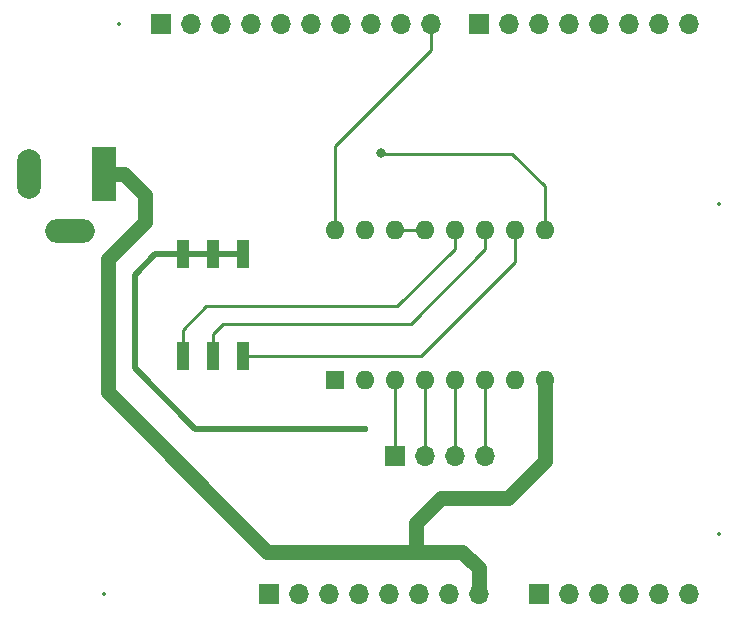
<source format=gtl>
%TF.GenerationSoftware,KiCad,Pcbnew,8.0.3*%
%TF.CreationDate,2024-07-23T15:51:25+08:00*%
%TF.ProjectId,Arduino Uno A4988 Shield,41726475-696e-46f2-9055-6e6f20413439,rev?*%
%TF.SameCoordinates,Original*%
%TF.FileFunction,Copper,L1,Top*%
%TF.FilePolarity,Positive*%
%FSLAX46Y46*%
G04 Gerber Fmt 4.6, Leading zero omitted, Abs format (unit mm)*
G04 Created by KiCad (PCBNEW 8.0.3) date 2024-07-23 15:51:25*
%MOMM*%
%LPD*%
G01*
G04 APERTURE LIST*
%TA.AperFunction,ComponentPad*%
%ADD10R,1.700000X1.700000*%
%TD*%
%TA.AperFunction,ComponentPad*%
%ADD11O,1.700000X1.700000*%
%TD*%
%TA.AperFunction,ComponentPad*%
%ADD12R,2.000000X4.600000*%
%TD*%
%TA.AperFunction,ComponentPad*%
%ADD13O,2.000000X4.200000*%
%TD*%
%TA.AperFunction,ComponentPad*%
%ADD14O,4.200000X2.000000*%
%TD*%
%TA.AperFunction,SMDPad,CuDef*%
%ADD15R,1.120000X2.440000*%
%TD*%
%TA.AperFunction,ComponentPad*%
%ADD16R,1.600000X1.600000*%
%TD*%
%TA.AperFunction,ComponentPad*%
%ADD17O,1.600000X1.600000*%
%TD*%
%TA.AperFunction,ViaPad*%
%ADD18C,0.600000*%
%TD*%
%TA.AperFunction,ViaPad*%
%ADD19C,0.800000*%
%TD*%
%TA.AperFunction,Conductor*%
%ADD20C,0.500000*%
%TD*%
%TA.AperFunction,Conductor*%
%ADD21C,0.250000*%
%TD*%
%TA.AperFunction,Conductor*%
%ADD22C,1.270000*%
%TD*%
%ADD23C,0.350000*%
%ADD24O,1.000000X3.600000*%
%ADD25O,1.000000X3.200000*%
%ADD26O,3.200000X1.000000*%
G04 APERTURE END LIST*
D10*
%TO.P,J1,1,Pin_1*%
%TO.N,unconnected-(J1-Pin_1-Pad1)*%
X127940000Y-97460000D03*
D11*
%TO.P,J1,2,Pin_2*%
%TO.N,/IOREF*%
X130480000Y-97460000D03*
%TO.P,J1,3,Pin_3*%
%TO.N,/~{RESET}*%
X133020000Y-97460000D03*
%TO.P,J1,4,Pin_4*%
%TO.N,+3V3*%
X135560000Y-97460000D03*
%TO.P,J1,5,Pin_5*%
%TO.N,+5V*%
X138100000Y-97460000D03*
%TO.P,J1,6,Pin_6*%
%TO.N,GND*%
X140640000Y-97460000D03*
%TO.P,J1,7,Pin_7*%
X143180000Y-97460000D03*
%TO.P,J1,8,Pin_8*%
%TO.N,+12V*%
X145720000Y-97460000D03*
%TD*%
D10*
%TO.P,J3,1,Pin_1*%
%TO.N,/A0*%
X150800000Y-97460000D03*
D11*
%TO.P,J3,2,Pin_2*%
%TO.N,/A1*%
X153340000Y-97460000D03*
%TO.P,J3,3,Pin_3*%
%TO.N,/A2*%
X155880000Y-97460000D03*
%TO.P,J3,4,Pin_4*%
%TO.N,/A3*%
X158420000Y-97460000D03*
%TO.P,J3,5,Pin_5*%
%TO.N,/SDA{slash}A4*%
X160960000Y-97460000D03*
%TO.P,J3,6,Pin_6*%
%TO.N,/SCL{slash}A5*%
X163500000Y-97460000D03*
%TD*%
D10*
%TO.P,J2,1,Pin_1*%
%TO.N,unconnected-(J2-Pin_1-Pad1)*%
X118796000Y-49200000D03*
D11*
%TO.P,J2,2,Pin_2*%
%TO.N,unconnected-(J2-Pin_2-Pad2)*%
X121336000Y-49200000D03*
%TO.P,J2,3,Pin_3*%
%TO.N,/AREF*%
X123876000Y-49200000D03*
%TO.P,J2,4,Pin_4*%
%TO.N,GND*%
X126416000Y-49200000D03*
%TO.P,J2,5,Pin_5*%
%TO.N,/13*%
X128956000Y-49200000D03*
%TO.P,J2,6,Pin_6*%
%TO.N,/12*%
X131496000Y-49200000D03*
%TO.P,J2,7,Pin_7*%
%TO.N,/\u002A11*%
X134036000Y-49200000D03*
%TO.P,J2,8,Pin_8*%
%TO.N,/\u002A10*%
X136576000Y-49200000D03*
%TO.P,J2,9,Pin_9*%
%TO.N,/\u002A9*%
X139116000Y-49200000D03*
%TO.P,J2,10,Pin_10*%
%TO.N,/8*%
X141656000Y-49200000D03*
%TD*%
D10*
%TO.P,J4,1,Pin_1*%
%TO.N,/7*%
X145720000Y-49200000D03*
D11*
%TO.P,J4,2,Pin_2*%
%TO.N,/\u002A6*%
X148260000Y-49200000D03*
%TO.P,J4,3,Pin_3*%
%TO.N,/\u002A5*%
X150800000Y-49200000D03*
%TO.P,J4,4,Pin_4*%
%TO.N,/4*%
X153340000Y-49200000D03*
%TO.P,J4,5,Pin_5*%
%TO.N,/\u002A3*%
X155880000Y-49200000D03*
%TO.P,J4,6,Pin_6*%
%TO.N,/2*%
X158420000Y-49200000D03*
%TO.P,J4,7,Pin_7*%
%TO.N,/TX{slash}1*%
X160960000Y-49200000D03*
%TO.P,J4,8,Pin_8*%
%TO.N,/RX{slash}0*%
X163500000Y-49200000D03*
%TD*%
D12*
%TO.P,J7,1*%
%TO.N,+12V*%
X113950000Y-61900000D03*
D13*
%TO.P,J7,2*%
%TO.N,GND*%
X107650000Y-61900000D03*
D14*
%TO.P,J7,3*%
X111050000Y-66700000D03*
%TD*%
D15*
%TO.P,SW1,1*%
%TO.N,Net-(A1-MS3)*%
X120620000Y-77305000D03*
%TO.P,SW1,2*%
%TO.N,Net-(A1-MS2)*%
X123160000Y-77305000D03*
%TO.P,SW1,3*%
%TO.N,Net-(A1-MS1)*%
X125700000Y-77305000D03*
%TO.P,SW1,4*%
%TO.N,+5V*%
X125700000Y-68695000D03*
%TO.P,SW1,5*%
X123160000Y-68695000D03*
%TO.P,SW1,6*%
X120620000Y-68695000D03*
%TD*%
D10*
%TO.P,J5,1,Pin_1*%
%TO.N,Net-(A1-1B)*%
X138567200Y-85750600D03*
D11*
%TO.P,J5,2,Pin_2*%
%TO.N,Net-(A1-1A)*%
X141107200Y-85750600D03*
%TO.P,J5,3,Pin_3*%
%TO.N,Net-(A1-2A)*%
X143647200Y-85750600D03*
%TO.P,J5,4,Pin_4*%
%TO.N,Net-(A1-2B)*%
X146187200Y-85750600D03*
%TD*%
D16*
%TO.P,A1,1,GND*%
%TO.N,GND*%
X133520000Y-79340000D03*
D17*
%TO.P,A1,2,VDD*%
%TO.N,+5V*%
X136060000Y-79340000D03*
%TO.P,A1,3,1B*%
%TO.N,Net-(A1-1B)*%
X138600000Y-79340000D03*
%TO.P,A1,4,1A*%
%TO.N,Net-(A1-1A)*%
X141140000Y-79340000D03*
%TO.P,A1,5,2A*%
%TO.N,Net-(A1-2A)*%
X143680000Y-79340000D03*
%TO.P,A1,6,2B*%
%TO.N,Net-(A1-2B)*%
X146220000Y-79340000D03*
%TO.P,A1,7,GND*%
%TO.N,GND*%
X148760000Y-79340000D03*
%TO.P,A1,8,VMOT*%
%TO.N,+12V*%
X151300000Y-79340000D03*
%TO.P,A1,9,~{ENABLE}*%
%TO.N,/13*%
X151300000Y-66640000D03*
%TO.P,A1,10,MS1*%
%TO.N,Net-(A1-MS1)*%
X148760000Y-66640000D03*
%TO.P,A1,11,MS2*%
%TO.N,Net-(A1-MS2)*%
X146220000Y-66640000D03*
%TO.P,A1,12,MS3*%
%TO.N,Net-(A1-MS3)*%
X143680000Y-66640000D03*
%TO.P,A1,13,~{RESET}*%
%TO.N,Net-(A1-~{RESET})*%
X141140000Y-66640000D03*
%TO.P,A1,14,~{SLEEP}*%
X138600000Y-66640000D03*
%TO.P,A1,15,STEP*%
%TO.N,/\u002A9*%
X136060000Y-66640000D03*
%TO.P,A1,16,DIR*%
%TO.N,/8*%
X133520000Y-66640000D03*
%TD*%
D18*
%TO.N,+5V*%
X136060000Y-83464600D03*
D19*
%TO.N,/13*%
X137439600Y-60071200D03*
%TD*%
D20*
%TO.N,+5V*%
X116560800Y-70434400D02*
X118300200Y-68695000D01*
X118300200Y-68695000D02*
X120620000Y-68695000D01*
X120620000Y-68695000D02*
X125700000Y-68695000D01*
X121691600Y-83464600D02*
X116560800Y-78333800D01*
X136060000Y-83464600D02*
X121691600Y-83464600D01*
X116560800Y-78333800D02*
X116560800Y-70434400D01*
D21*
%TO.N,/13*%
X148514000Y-60147400D02*
X151300000Y-62933400D01*
X151300000Y-62933400D02*
X151300000Y-66640000D01*
X137439600Y-60071200D02*
X137515800Y-60147400D01*
X137515800Y-60147400D02*
X148514000Y-60147400D01*
%TO.N,/8*%
X133520000Y-66640000D02*
X133520000Y-59495000D01*
X133520000Y-59495000D02*
X141656000Y-51359000D01*
X141656000Y-51359000D02*
X141656000Y-49200000D01*
%TO.N,Net-(A1-MS3)*%
X122631400Y-73076000D02*
X138811200Y-73076000D01*
X143680000Y-68207200D02*
X143680000Y-66640000D01*
X120620000Y-77305000D02*
X120620000Y-75087400D01*
X120620000Y-75087400D02*
X122631400Y-73076000D01*
X138811200Y-73076000D02*
X143680000Y-68207200D01*
%TO.N,Net-(A1-MS2)*%
X139928800Y-74549200D02*
X146220000Y-68258000D01*
X124028400Y-74549200D02*
X139928800Y-74549200D01*
X123160000Y-75417600D02*
X124028400Y-74549200D01*
X123160000Y-77305000D02*
X123160000Y-75417600D01*
X146220000Y-68258000D02*
X146220000Y-66640000D01*
%TO.N,Net-(A1-~{RESET})*%
X138600000Y-66640000D02*
X141140000Y-66640000D01*
%TO.N,Net-(A1-MS1)*%
X125700000Y-77305000D02*
X140830600Y-77305000D01*
X140830600Y-77305000D02*
X148760000Y-69375600D01*
X148760000Y-69375600D02*
X148760000Y-66640000D01*
D22*
%TO.N,+12V*%
X115697200Y-61900000D02*
X117449800Y-63652600D01*
X117449800Y-63652600D02*
X117449800Y-65938600D01*
X151300000Y-86215800D02*
X148183800Y-89332000D01*
X113950000Y-61900000D02*
X115697200Y-61900000D01*
X114274800Y-69113600D02*
X114274800Y-80365800D01*
X148183800Y-89332000D02*
X142519600Y-89332000D01*
X144297600Y-93853200D02*
X145720000Y-95275600D01*
X151300000Y-79340000D02*
X151300000Y-86215800D01*
X127762200Y-93853200D02*
X144297600Y-93853200D01*
X117449800Y-65938600D02*
X114274800Y-69113600D01*
X114274800Y-80365800D02*
X127762200Y-93853200D01*
X140411400Y-91440200D02*
X140411400Y-93853200D01*
X142519600Y-89332000D02*
X140411400Y-91440200D01*
X145720000Y-95275600D02*
X145720000Y-97460000D01*
D21*
%TO.N,Net-(A1-2A)*%
X143680000Y-79340000D02*
X143680000Y-85717800D01*
X143680000Y-85717800D02*
X143647200Y-85750600D01*
%TO.N,Net-(A1-1B)*%
X138600000Y-79340000D02*
X138600000Y-85717800D01*
X138600000Y-85717800D02*
X138567200Y-85750600D01*
%TO.N,Net-(A1-2B)*%
X146187200Y-79372800D02*
X146220000Y-79340000D01*
X146187200Y-85750600D02*
X146187200Y-79372800D01*
%TO.N,Net-(A1-1A)*%
X141107200Y-85750600D02*
X141107200Y-79372800D01*
X141107200Y-79372800D02*
X141140000Y-79340000D01*
%TD*%
D23*
X136060000Y-83464600D03*
X137439600Y-60071200D03*
X127940000Y-97460000D03*
X130480000Y-97460000D03*
X133020000Y-97460000D03*
X135560000Y-97460000D03*
X138100000Y-97460000D03*
X140640000Y-97460000D03*
X143180000Y-97460000D03*
X145720000Y-97460000D03*
X150800000Y-97460000D03*
X153340000Y-97460000D03*
X155880000Y-97460000D03*
X158420000Y-97460000D03*
X160960000Y-97460000D03*
X163500000Y-97460000D03*
X118796000Y-49200000D03*
X121336000Y-49200000D03*
X123876000Y-49200000D03*
X126416000Y-49200000D03*
X128956000Y-49200000D03*
X131496000Y-49200000D03*
X134036000Y-49200000D03*
X136576000Y-49200000D03*
X139116000Y-49200000D03*
X141656000Y-49200000D03*
X145720000Y-49200000D03*
X148260000Y-49200000D03*
X150800000Y-49200000D03*
X153340000Y-49200000D03*
X155880000Y-49200000D03*
X158420000Y-49200000D03*
X160960000Y-49200000D03*
X163500000Y-49200000D03*
D24*
X113950000Y-61900000D03*
D25*
X107650000Y-61900000D03*
D26*
X111050000Y-66700000D03*
D23*
X115240000Y-49200000D03*
X138567200Y-85750600D03*
X141107200Y-85750600D03*
X143647200Y-85750600D03*
X146187200Y-85750600D03*
X133520000Y-79340000D03*
X136060000Y-79340000D03*
X138600000Y-79340000D03*
X141140000Y-79340000D03*
X143680000Y-79340000D03*
X146220000Y-79340000D03*
X148760000Y-79340000D03*
X151300000Y-79340000D03*
X151300000Y-66640000D03*
X148760000Y-66640000D03*
X146220000Y-66640000D03*
X143680000Y-66640000D03*
X141140000Y-66640000D03*
X138600000Y-66640000D03*
X136060000Y-66640000D03*
X133520000Y-66640000D03*
X113970000Y-97460000D03*
X166040000Y-64440000D03*
X166040000Y-92380000D03*
M02*

</source>
